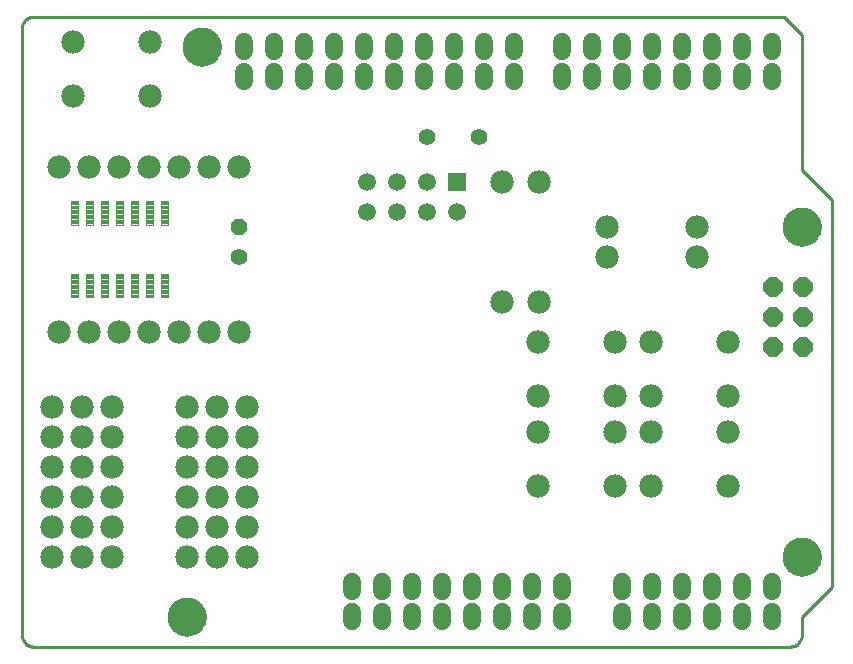
<source format=gts>
G75*
G70*
%OFA0B0*%
%FSLAX24Y24*%
%IPPOS*%
%LPD*%
%AMOC8*
5,1,8,0,0,1.08239X$1,22.5*
%
%ADD10C,0.0100*%
%ADD11C,0.0000*%
%ADD12C,0.1300*%
%ADD13OC8,0.0650*%
%ADD14C,0.0600*%
%ADD15R,0.0594X0.0594*%
%ADD16C,0.0594*%
%ADD17C,0.0780*%
%ADD18OC8,0.0560*%
%ADD19C,0.0560*%
%ADD20C,0.0043*%
%ADD21C,0.0555*%
D10*
X000584Y000580D02*
X025796Y000580D01*
X025835Y000582D01*
X025873Y000588D01*
X025910Y000597D01*
X025947Y000610D01*
X025982Y000627D01*
X026015Y000646D01*
X026046Y000669D01*
X026075Y000695D01*
X026101Y000724D01*
X026124Y000755D01*
X026143Y000788D01*
X026160Y000823D01*
X026173Y000860D01*
X026182Y000897D01*
X026188Y000935D01*
X026190Y000974D01*
X026190Y001580D01*
X027190Y002580D01*
X027190Y015480D01*
X026190Y016480D01*
X026190Y020980D01*
X025590Y021580D01*
X000584Y021580D01*
X000545Y021578D01*
X000507Y021572D01*
X000470Y021563D01*
X000433Y021550D01*
X000398Y021533D01*
X000365Y021514D01*
X000334Y021491D01*
X000305Y021465D01*
X000279Y021436D01*
X000256Y021405D01*
X000237Y021372D01*
X000220Y021337D01*
X000207Y021300D01*
X000198Y021263D01*
X000192Y021225D01*
X000190Y021186D01*
X000190Y000974D01*
X000192Y000935D01*
X000198Y000897D01*
X000207Y000860D01*
X000220Y000823D01*
X000237Y000788D01*
X000256Y000755D01*
X000279Y000724D01*
X000305Y000695D01*
X000334Y000669D01*
X000365Y000646D01*
X000398Y000627D01*
X000433Y000610D01*
X000470Y000597D01*
X000507Y000588D01*
X000545Y000582D01*
X000584Y000580D01*
D11*
X005060Y001580D02*
X005062Y001630D01*
X005068Y001680D01*
X005078Y001729D01*
X005092Y001777D01*
X005109Y001824D01*
X005130Y001869D01*
X005155Y001913D01*
X005183Y001954D01*
X005215Y001993D01*
X005249Y002030D01*
X005286Y002064D01*
X005326Y002094D01*
X005368Y002121D01*
X005412Y002145D01*
X005458Y002166D01*
X005505Y002182D01*
X005553Y002195D01*
X005603Y002204D01*
X005652Y002209D01*
X005703Y002210D01*
X005753Y002207D01*
X005802Y002200D01*
X005851Y002189D01*
X005899Y002174D01*
X005945Y002156D01*
X005990Y002134D01*
X006033Y002108D01*
X006074Y002079D01*
X006113Y002047D01*
X006149Y002012D01*
X006181Y001974D01*
X006211Y001934D01*
X006238Y001891D01*
X006261Y001847D01*
X006280Y001801D01*
X006296Y001753D01*
X006308Y001704D01*
X006316Y001655D01*
X006320Y001605D01*
X006320Y001555D01*
X006316Y001505D01*
X006308Y001456D01*
X006296Y001407D01*
X006280Y001359D01*
X006261Y001313D01*
X006238Y001269D01*
X006211Y001226D01*
X006181Y001186D01*
X006149Y001148D01*
X006113Y001113D01*
X006074Y001081D01*
X006033Y001052D01*
X005990Y001026D01*
X005945Y001004D01*
X005899Y000986D01*
X005851Y000971D01*
X005802Y000960D01*
X005753Y000953D01*
X005703Y000950D01*
X005652Y000951D01*
X005603Y000956D01*
X005553Y000965D01*
X005505Y000978D01*
X005458Y000994D01*
X005412Y001015D01*
X005368Y001039D01*
X005326Y001066D01*
X005286Y001096D01*
X005249Y001130D01*
X005215Y001167D01*
X005183Y001206D01*
X005155Y001247D01*
X005130Y001291D01*
X005109Y001336D01*
X005092Y001383D01*
X005078Y001431D01*
X005068Y001480D01*
X005062Y001530D01*
X005060Y001580D01*
X025560Y003580D02*
X025562Y003630D01*
X025568Y003680D01*
X025578Y003729D01*
X025592Y003777D01*
X025609Y003824D01*
X025630Y003869D01*
X025655Y003913D01*
X025683Y003954D01*
X025715Y003993D01*
X025749Y004030D01*
X025786Y004064D01*
X025826Y004094D01*
X025868Y004121D01*
X025912Y004145D01*
X025958Y004166D01*
X026005Y004182D01*
X026053Y004195D01*
X026103Y004204D01*
X026152Y004209D01*
X026203Y004210D01*
X026253Y004207D01*
X026302Y004200D01*
X026351Y004189D01*
X026399Y004174D01*
X026445Y004156D01*
X026490Y004134D01*
X026533Y004108D01*
X026574Y004079D01*
X026613Y004047D01*
X026649Y004012D01*
X026681Y003974D01*
X026711Y003934D01*
X026738Y003891D01*
X026761Y003847D01*
X026780Y003801D01*
X026796Y003753D01*
X026808Y003704D01*
X026816Y003655D01*
X026820Y003605D01*
X026820Y003555D01*
X026816Y003505D01*
X026808Y003456D01*
X026796Y003407D01*
X026780Y003359D01*
X026761Y003313D01*
X026738Y003269D01*
X026711Y003226D01*
X026681Y003186D01*
X026649Y003148D01*
X026613Y003113D01*
X026574Y003081D01*
X026533Y003052D01*
X026490Y003026D01*
X026445Y003004D01*
X026399Y002986D01*
X026351Y002971D01*
X026302Y002960D01*
X026253Y002953D01*
X026203Y002950D01*
X026152Y002951D01*
X026103Y002956D01*
X026053Y002965D01*
X026005Y002978D01*
X025958Y002994D01*
X025912Y003015D01*
X025868Y003039D01*
X025826Y003066D01*
X025786Y003096D01*
X025749Y003130D01*
X025715Y003167D01*
X025683Y003206D01*
X025655Y003247D01*
X025630Y003291D01*
X025609Y003336D01*
X025592Y003383D01*
X025578Y003431D01*
X025568Y003480D01*
X025562Y003530D01*
X025560Y003580D01*
X025560Y014580D02*
X025562Y014630D01*
X025568Y014680D01*
X025578Y014729D01*
X025592Y014777D01*
X025609Y014824D01*
X025630Y014869D01*
X025655Y014913D01*
X025683Y014954D01*
X025715Y014993D01*
X025749Y015030D01*
X025786Y015064D01*
X025826Y015094D01*
X025868Y015121D01*
X025912Y015145D01*
X025958Y015166D01*
X026005Y015182D01*
X026053Y015195D01*
X026103Y015204D01*
X026152Y015209D01*
X026203Y015210D01*
X026253Y015207D01*
X026302Y015200D01*
X026351Y015189D01*
X026399Y015174D01*
X026445Y015156D01*
X026490Y015134D01*
X026533Y015108D01*
X026574Y015079D01*
X026613Y015047D01*
X026649Y015012D01*
X026681Y014974D01*
X026711Y014934D01*
X026738Y014891D01*
X026761Y014847D01*
X026780Y014801D01*
X026796Y014753D01*
X026808Y014704D01*
X026816Y014655D01*
X026820Y014605D01*
X026820Y014555D01*
X026816Y014505D01*
X026808Y014456D01*
X026796Y014407D01*
X026780Y014359D01*
X026761Y014313D01*
X026738Y014269D01*
X026711Y014226D01*
X026681Y014186D01*
X026649Y014148D01*
X026613Y014113D01*
X026574Y014081D01*
X026533Y014052D01*
X026490Y014026D01*
X026445Y014004D01*
X026399Y013986D01*
X026351Y013971D01*
X026302Y013960D01*
X026253Y013953D01*
X026203Y013950D01*
X026152Y013951D01*
X026103Y013956D01*
X026053Y013965D01*
X026005Y013978D01*
X025958Y013994D01*
X025912Y014015D01*
X025868Y014039D01*
X025826Y014066D01*
X025786Y014096D01*
X025749Y014130D01*
X025715Y014167D01*
X025683Y014206D01*
X025655Y014247D01*
X025630Y014291D01*
X025609Y014336D01*
X025592Y014383D01*
X025578Y014431D01*
X025568Y014480D01*
X025562Y014530D01*
X025560Y014580D01*
X005560Y020580D02*
X005562Y020630D01*
X005568Y020680D01*
X005578Y020729D01*
X005592Y020777D01*
X005609Y020824D01*
X005630Y020869D01*
X005655Y020913D01*
X005683Y020954D01*
X005715Y020993D01*
X005749Y021030D01*
X005786Y021064D01*
X005826Y021094D01*
X005868Y021121D01*
X005912Y021145D01*
X005958Y021166D01*
X006005Y021182D01*
X006053Y021195D01*
X006103Y021204D01*
X006152Y021209D01*
X006203Y021210D01*
X006253Y021207D01*
X006302Y021200D01*
X006351Y021189D01*
X006399Y021174D01*
X006445Y021156D01*
X006490Y021134D01*
X006533Y021108D01*
X006574Y021079D01*
X006613Y021047D01*
X006649Y021012D01*
X006681Y020974D01*
X006711Y020934D01*
X006738Y020891D01*
X006761Y020847D01*
X006780Y020801D01*
X006796Y020753D01*
X006808Y020704D01*
X006816Y020655D01*
X006820Y020605D01*
X006820Y020555D01*
X006816Y020505D01*
X006808Y020456D01*
X006796Y020407D01*
X006780Y020359D01*
X006761Y020313D01*
X006738Y020269D01*
X006711Y020226D01*
X006681Y020186D01*
X006649Y020148D01*
X006613Y020113D01*
X006574Y020081D01*
X006533Y020052D01*
X006490Y020026D01*
X006445Y020004D01*
X006399Y019986D01*
X006351Y019971D01*
X006302Y019960D01*
X006253Y019953D01*
X006203Y019950D01*
X006152Y019951D01*
X006103Y019956D01*
X006053Y019965D01*
X006005Y019978D01*
X005958Y019994D01*
X005912Y020015D01*
X005868Y020039D01*
X005826Y020066D01*
X005786Y020096D01*
X005749Y020130D01*
X005715Y020167D01*
X005683Y020206D01*
X005655Y020247D01*
X005630Y020291D01*
X005609Y020336D01*
X005592Y020383D01*
X005578Y020431D01*
X005568Y020480D01*
X005562Y020530D01*
X005560Y020580D01*
D12*
X006190Y020580D03*
X026190Y014580D03*
X026190Y003580D03*
X005690Y001580D03*
D13*
X025240Y010580D03*
X026240Y010580D03*
X026240Y011580D03*
X025240Y011580D03*
X025240Y012580D03*
X026240Y012580D03*
D14*
X025190Y019440D02*
X025190Y019720D01*
X024190Y019720D02*
X024190Y019440D01*
X023190Y019440D02*
X023190Y019720D01*
X022190Y019720D02*
X022190Y019440D01*
X021190Y019440D02*
X021190Y019720D01*
X020190Y019720D02*
X020190Y019440D01*
X019190Y019440D02*
X019190Y019720D01*
X018190Y019720D02*
X018190Y019440D01*
X016590Y019440D02*
X016590Y019720D01*
X015590Y019720D02*
X015590Y019440D01*
X014590Y019440D02*
X014590Y019720D01*
X013590Y019720D02*
X013590Y019440D01*
X012590Y019440D02*
X012590Y019720D01*
X011590Y019720D02*
X011590Y019440D01*
X010590Y019440D02*
X010590Y019720D01*
X009590Y019720D02*
X009590Y019440D01*
X008590Y019440D02*
X008590Y019720D01*
X007590Y019720D02*
X007590Y019440D01*
X007590Y020440D02*
X007590Y020720D01*
X008590Y020720D02*
X008590Y020440D01*
X009590Y020440D02*
X009590Y020720D01*
X010590Y020720D02*
X010590Y020440D01*
X011590Y020440D02*
X011590Y020720D01*
X012590Y020720D02*
X012590Y020440D01*
X013590Y020440D02*
X013590Y020720D01*
X014590Y020720D02*
X014590Y020440D01*
X015590Y020440D02*
X015590Y020720D01*
X016590Y020720D02*
X016590Y020440D01*
X018190Y020440D02*
X018190Y020720D01*
X019190Y020720D02*
X019190Y020440D01*
X020190Y020440D02*
X020190Y020720D01*
X021190Y020720D02*
X021190Y020440D01*
X022190Y020440D02*
X022190Y020720D01*
X023190Y020720D02*
X023190Y020440D01*
X024190Y020440D02*
X024190Y020720D01*
X025190Y020720D02*
X025190Y020440D01*
X025190Y002720D02*
X025190Y002440D01*
X024190Y002440D02*
X024190Y002720D01*
X023190Y002720D02*
X023190Y002440D01*
X022190Y002440D02*
X022190Y002720D01*
X021190Y002720D02*
X021190Y002440D01*
X020190Y002440D02*
X020190Y002720D01*
X020190Y001720D02*
X020190Y001440D01*
X021190Y001440D02*
X021190Y001720D01*
X022190Y001720D02*
X022190Y001440D01*
X023190Y001440D02*
X023190Y001720D01*
X024190Y001720D02*
X024190Y001440D01*
X025190Y001440D02*
X025190Y001720D01*
X018190Y001720D02*
X018190Y001440D01*
X017190Y001440D02*
X017190Y001720D01*
X016190Y001720D02*
X016190Y001440D01*
X015190Y001440D02*
X015190Y001720D01*
X014190Y001720D02*
X014190Y001440D01*
X013190Y001440D02*
X013190Y001720D01*
X012190Y001720D02*
X012190Y001440D01*
X011190Y001440D02*
X011190Y001720D01*
X011190Y002440D02*
X011190Y002720D01*
X012190Y002720D02*
X012190Y002440D01*
X013190Y002440D02*
X013190Y002720D01*
X014190Y002720D02*
X014190Y002440D01*
X015190Y002440D02*
X015190Y002720D01*
X016190Y002720D02*
X016190Y002440D01*
X017190Y002440D02*
X017190Y002720D01*
X018190Y002720D02*
X018190Y002440D01*
D15*
X014680Y016080D03*
D16*
X013680Y016080D03*
X012680Y016080D03*
X011680Y016080D03*
X011680Y015080D03*
X012680Y015080D03*
X013680Y015080D03*
X014680Y015080D03*
D17*
X016190Y016080D03*
X017440Y016080D03*
X019690Y014580D03*
X019690Y013580D03*
X017440Y012080D03*
X016190Y012080D03*
X017410Y010720D03*
X019970Y010720D03*
X021160Y010720D03*
X023720Y010720D03*
X023720Y008940D03*
X023720Y007720D03*
X021160Y007720D03*
X019970Y007720D03*
X019970Y008940D03*
X021160Y008940D03*
X017410Y008940D03*
X017410Y007720D03*
X017410Y005940D03*
X019970Y005940D03*
X021160Y005940D03*
X023720Y005940D03*
X022690Y013580D03*
X022690Y014580D03*
X007440Y016580D03*
X006440Y016580D03*
X005440Y016580D03*
X004440Y016580D03*
X003440Y016580D03*
X002440Y016580D03*
X001440Y016580D03*
X001910Y018940D03*
X004470Y018940D03*
X004470Y020720D03*
X001910Y020720D03*
X001440Y011080D03*
X002440Y011080D03*
X003440Y011080D03*
X004440Y011080D03*
X005440Y011080D03*
X006440Y011080D03*
X007440Y011080D03*
X007690Y008580D03*
X006690Y008580D03*
X005690Y008580D03*
X005690Y007580D03*
X006690Y007580D03*
X007690Y007580D03*
X007690Y006580D03*
X006690Y006580D03*
X005690Y006580D03*
X005690Y005580D03*
X006690Y005580D03*
X007690Y005580D03*
X007690Y004580D03*
X006690Y004580D03*
X005690Y004580D03*
X005690Y003580D03*
X006690Y003580D03*
X007690Y003580D03*
X003190Y003580D03*
X002190Y003580D03*
X001190Y003580D03*
X001190Y004580D03*
X002190Y004580D03*
X003190Y004580D03*
X003190Y005580D03*
X002190Y005580D03*
X001190Y005580D03*
X001190Y006580D03*
X002190Y006580D03*
X003190Y006580D03*
X003190Y007580D03*
X002190Y007580D03*
X001190Y007580D03*
X001190Y008580D03*
X002190Y008580D03*
X003190Y008580D03*
D18*
X007440Y014580D03*
D19*
X007440Y013580D03*
D20*
X005062Y012228D02*
X004818Y012228D01*
X004818Y013012D01*
X005062Y013012D01*
X005062Y012228D01*
X005062Y012270D02*
X004818Y012270D01*
X004818Y012312D02*
X005062Y012312D01*
X005062Y012354D02*
X004818Y012354D01*
X004818Y012396D02*
X005062Y012396D01*
X005062Y012438D02*
X004818Y012438D01*
X004818Y012480D02*
X005062Y012480D01*
X005062Y012522D02*
X004818Y012522D01*
X004818Y012564D02*
X005062Y012564D01*
X005062Y012606D02*
X004818Y012606D01*
X004818Y012648D02*
X005062Y012648D01*
X005062Y012690D02*
X004818Y012690D01*
X004818Y012732D02*
X005062Y012732D01*
X005062Y012774D02*
X004818Y012774D01*
X004818Y012816D02*
X005062Y012816D01*
X005062Y012858D02*
X004818Y012858D01*
X004818Y012900D02*
X005062Y012900D01*
X005062Y012942D02*
X004818Y012942D01*
X004818Y012984D02*
X005062Y012984D01*
X004562Y012228D02*
X004318Y012228D01*
X004318Y013012D01*
X004562Y013012D01*
X004562Y012228D01*
X004562Y012270D02*
X004318Y012270D01*
X004318Y012312D02*
X004562Y012312D01*
X004562Y012354D02*
X004318Y012354D01*
X004318Y012396D02*
X004562Y012396D01*
X004562Y012438D02*
X004318Y012438D01*
X004318Y012480D02*
X004562Y012480D01*
X004562Y012522D02*
X004318Y012522D01*
X004318Y012564D02*
X004562Y012564D01*
X004562Y012606D02*
X004318Y012606D01*
X004318Y012648D02*
X004562Y012648D01*
X004562Y012690D02*
X004318Y012690D01*
X004318Y012732D02*
X004562Y012732D01*
X004562Y012774D02*
X004318Y012774D01*
X004318Y012816D02*
X004562Y012816D01*
X004562Y012858D02*
X004318Y012858D01*
X004318Y012900D02*
X004562Y012900D01*
X004562Y012942D02*
X004318Y012942D01*
X004318Y012984D02*
X004562Y012984D01*
X004062Y012228D02*
X003818Y012228D01*
X003818Y013012D01*
X004062Y013012D01*
X004062Y012228D01*
X004062Y012270D02*
X003818Y012270D01*
X003818Y012312D02*
X004062Y012312D01*
X004062Y012354D02*
X003818Y012354D01*
X003818Y012396D02*
X004062Y012396D01*
X004062Y012438D02*
X003818Y012438D01*
X003818Y012480D02*
X004062Y012480D01*
X004062Y012522D02*
X003818Y012522D01*
X003818Y012564D02*
X004062Y012564D01*
X004062Y012606D02*
X003818Y012606D01*
X003818Y012648D02*
X004062Y012648D01*
X004062Y012690D02*
X003818Y012690D01*
X003818Y012732D02*
X004062Y012732D01*
X004062Y012774D02*
X003818Y012774D01*
X003818Y012816D02*
X004062Y012816D01*
X004062Y012858D02*
X003818Y012858D01*
X003818Y012900D02*
X004062Y012900D01*
X004062Y012942D02*
X003818Y012942D01*
X003818Y012984D02*
X004062Y012984D01*
X003562Y012228D02*
X003318Y012228D01*
X003318Y013012D01*
X003562Y013012D01*
X003562Y012228D01*
X003562Y012270D02*
X003318Y012270D01*
X003318Y012312D02*
X003562Y012312D01*
X003562Y012354D02*
X003318Y012354D01*
X003318Y012396D02*
X003562Y012396D01*
X003562Y012438D02*
X003318Y012438D01*
X003318Y012480D02*
X003562Y012480D01*
X003562Y012522D02*
X003318Y012522D01*
X003318Y012564D02*
X003562Y012564D01*
X003562Y012606D02*
X003318Y012606D01*
X003318Y012648D02*
X003562Y012648D01*
X003562Y012690D02*
X003318Y012690D01*
X003318Y012732D02*
X003562Y012732D01*
X003562Y012774D02*
X003318Y012774D01*
X003318Y012816D02*
X003562Y012816D01*
X003562Y012858D02*
X003318Y012858D01*
X003318Y012900D02*
X003562Y012900D01*
X003562Y012942D02*
X003318Y012942D01*
X003318Y012984D02*
X003562Y012984D01*
X003062Y012228D02*
X002818Y012228D01*
X002818Y013012D01*
X003062Y013012D01*
X003062Y012228D01*
X003062Y012270D02*
X002818Y012270D01*
X002818Y012312D02*
X003062Y012312D01*
X003062Y012354D02*
X002818Y012354D01*
X002818Y012396D02*
X003062Y012396D01*
X003062Y012438D02*
X002818Y012438D01*
X002818Y012480D02*
X003062Y012480D01*
X003062Y012522D02*
X002818Y012522D01*
X002818Y012564D02*
X003062Y012564D01*
X003062Y012606D02*
X002818Y012606D01*
X002818Y012648D02*
X003062Y012648D01*
X003062Y012690D02*
X002818Y012690D01*
X002818Y012732D02*
X003062Y012732D01*
X003062Y012774D02*
X002818Y012774D01*
X002818Y012816D02*
X003062Y012816D01*
X003062Y012858D02*
X002818Y012858D01*
X002818Y012900D02*
X003062Y012900D01*
X003062Y012942D02*
X002818Y012942D01*
X002818Y012984D02*
X003062Y012984D01*
X002562Y012228D02*
X002318Y012228D01*
X002318Y013012D01*
X002562Y013012D01*
X002562Y012228D01*
X002562Y012270D02*
X002318Y012270D01*
X002318Y012312D02*
X002562Y012312D01*
X002562Y012354D02*
X002318Y012354D01*
X002318Y012396D02*
X002562Y012396D01*
X002562Y012438D02*
X002318Y012438D01*
X002318Y012480D02*
X002562Y012480D01*
X002562Y012522D02*
X002318Y012522D01*
X002318Y012564D02*
X002562Y012564D01*
X002562Y012606D02*
X002318Y012606D01*
X002318Y012648D02*
X002562Y012648D01*
X002562Y012690D02*
X002318Y012690D01*
X002318Y012732D02*
X002562Y012732D01*
X002562Y012774D02*
X002318Y012774D01*
X002318Y012816D02*
X002562Y012816D01*
X002562Y012858D02*
X002318Y012858D01*
X002318Y012900D02*
X002562Y012900D01*
X002562Y012942D02*
X002318Y012942D01*
X002318Y012984D02*
X002562Y012984D01*
X002062Y012228D02*
X001818Y012228D01*
X001818Y013012D01*
X002062Y013012D01*
X002062Y012228D01*
X002062Y012270D02*
X001818Y012270D01*
X001818Y012312D02*
X002062Y012312D01*
X002062Y012354D02*
X001818Y012354D01*
X001818Y012396D02*
X002062Y012396D01*
X002062Y012438D02*
X001818Y012438D01*
X001818Y012480D02*
X002062Y012480D01*
X002062Y012522D02*
X001818Y012522D01*
X001818Y012564D02*
X002062Y012564D01*
X002062Y012606D02*
X001818Y012606D01*
X001818Y012648D02*
X002062Y012648D01*
X002062Y012690D02*
X001818Y012690D01*
X001818Y012732D02*
X002062Y012732D01*
X002062Y012774D02*
X001818Y012774D01*
X001818Y012816D02*
X002062Y012816D01*
X002062Y012858D02*
X001818Y012858D01*
X001818Y012900D02*
X002062Y012900D01*
X002062Y012942D02*
X001818Y012942D01*
X001818Y012984D02*
X002062Y012984D01*
X002062Y014648D02*
X001818Y014648D01*
X001818Y015432D01*
X002062Y015432D01*
X002062Y014648D01*
X002062Y014690D02*
X001818Y014690D01*
X001818Y014732D02*
X002062Y014732D01*
X002062Y014774D02*
X001818Y014774D01*
X001818Y014816D02*
X002062Y014816D01*
X002062Y014858D02*
X001818Y014858D01*
X001818Y014900D02*
X002062Y014900D01*
X002062Y014942D02*
X001818Y014942D01*
X001818Y014984D02*
X002062Y014984D01*
X002062Y015026D02*
X001818Y015026D01*
X001818Y015068D02*
X002062Y015068D01*
X002062Y015110D02*
X001818Y015110D01*
X001818Y015152D02*
X002062Y015152D01*
X002062Y015194D02*
X001818Y015194D01*
X001818Y015236D02*
X002062Y015236D01*
X002062Y015278D02*
X001818Y015278D01*
X001818Y015320D02*
X002062Y015320D01*
X002062Y015362D02*
X001818Y015362D01*
X001818Y015404D02*
X002062Y015404D01*
X002318Y014648D02*
X002562Y014648D01*
X002318Y014648D02*
X002318Y015432D01*
X002562Y015432D01*
X002562Y014648D01*
X002562Y014690D02*
X002318Y014690D01*
X002318Y014732D02*
X002562Y014732D01*
X002562Y014774D02*
X002318Y014774D01*
X002318Y014816D02*
X002562Y014816D01*
X002562Y014858D02*
X002318Y014858D01*
X002318Y014900D02*
X002562Y014900D01*
X002562Y014942D02*
X002318Y014942D01*
X002318Y014984D02*
X002562Y014984D01*
X002562Y015026D02*
X002318Y015026D01*
X002318Y015068D02*
X002562Y015068D01*
X002562Y015110D02*
X002318Y015110D01*
X002318Y015152D02*
X002562Y015152D01*
X002562Y015194D02*
X002318Y015194D01*
X002318Y015236D02*
X002562Y015236D01*
X002562Y015278D02*
X002318Y015278D01*
X002318Y015320D02*
X002562Y015320D01*
X002562Y015362D02*
X002318Y015362D01*
X002318Y015404D02*
X002562Y015404D01*
X002818Y014648D02*
X003062Y014648D01*
X002818Y014648D02*
X002818Y015432D01*
X003062Y015432D01*
X003062Y014648D01*
X003062Y014690D02*
X002818Y014690D01*
X002818Y014732D02*
X003062Y014732D01*
X003062Y014774D02*
X002818Y014774D01*
X002818Y014816D02*
X003062Y014816D01*
X003062Y014858D02*
X002818Y014858D01*
X002818Y014900D02*
X003062Y014900D01*
X003062Y014942D02*
X002818Y014942D01*
X002818Y014984D02*
X003062Y014984D01*
X003062Y015026D02*
X002818Y015026D01*
X002818Y015068D02*
X003062Y015068D01*
X003062Y015110D02*
X002818Y015110D01*
X002818Y015152D02*
X003062Y015152D01*
X003062Y015194D02*
X002818Y015194D01*
X002818Y015236D02*
X003062Y015236D01*
X003062Y015278D02*
X002818Y015278D01*
X002818Y015320D02*
X003062Y015320D01*
X003062Y015362D02*
X002818Y015362D01*
X002818Y015404D02*
X003062Y015404D01*
X003318Y014648D02*
X003562Y014648D01*
X003318Y014648D02*
X003318Y015432D01*
X003562Y015432D01*
X003562Y014648D01*
X003562Y014690D02*
X003318Y014690D01*
X003318Y014732D02*
X003562Y014732D01*
X003562Y014774D02*
X003318Y014774D01*
X003318Y014816D02*
X003562Y014816D01*
X003562Y014858D02*
X003318Y014858D01*
X003318Y014900D02*
X003562Y014900D01*
X003562Y014942D02*
X003318Y014942D01*
X003318Y014984D02*
X003562Y014984D01*
X003562Y015026D02*
X003318Y015026D01*
X003318Y015068D02*
X003562Y015068D01*
X003562Y015110D02*
X003318Y015110D01*
X003318Y015152D02*
X003562Y015152D01*
X003562Y015194D02*
X003318Y015194D01*
X003318Y015236D02*
X003562Y015236D01*
X003562Y015278D02*
X003318Y015278D01*
X003318Y015320D02*
X003562Y015320D01*
X003562Y015362D02*
X003318Y015362D01*
X003318Y015404D02*
X003562Y015404D01*
X003818Y014648D02*
X004062Y014648D01*
X003818Y014648D02*
X003818Y015432D01*
X004062Y015432D01*
X004062Y014648D01*
X004062Y014690D02*
X003818Y014690D01*
X003818Y014732D02*
X004062Y014732D01*
X004062Y014774D02*
X003818Y014774D01*
X003818Y014816D02*
X004062Y014816D01*
X004062Y014858D02*
X003818Y014858D01*
X003818Y014900D02*
X004062Y014900D01*
X004062Y014942D02*
X003818Y014942D01*
X003818Y014984D02*
X004062Y014984D01*
X004062Y015026D02*
X003818Y015026D01*
X003818Y015068D02*
X004062Y015068D01*
X004062Y015110D02*
X003818Y015110D01*
X003818Y015152D02*
X004062Y015152D01*
X004062Y015194D02*
X003818Y015194D01*
X003818Y015236D02*
X004062Y015236D01*
X004062Y015278D02*
X003818Y015278D01*
X003818Y015320D02*
X004062Y015320D01*
X004062Y015362D02*
X003818Y015362D01*
X003818Y015404D02*
X004062Y015404D01*
X004318Y014648D02*
X004562Y014648D01*
X004318Y014648D02*
X004318Y015432D01*
X004562Y015432D01*
X004562Y014648D01*
X004562Y014690D02*
X004318Y014690D01*
X004318Y014732D02*
X004562Y014732D01*
X004562Y014774D02*
X004318Y014774D01*
X004318Y014816D02*
X004562Y014816D01*
X004562Y014858D02*
X004318Y014858D01*
X004318Y014900D02*
X004562Y014900D01*
X004562Y014942D02*
X004318Y014942D01*
X004318Y014984D02*
X004562Y014984D01*
X004562Y015026D02*
X004318Y015026D01*
X004318Y015068D02*
X004562Y015068D01*
X004562Y015110D02*
X004318Y015110D01*
X004318Y015152D02*
X004562Y015152D01*
X004562Y015194D02*
X004318Y015194D01*
X004318Y015236D02*
X004562Y015236D01*
X004562Y015278D02*
X004318Y015278D01*
X004318Y015320D02*
X004562Y015320D01*
X004562Y015362D02*
X004318Y015362D01*
X004318Y015404D02*
X004562Y015404D01*
X004818Y014648D02*
X005062Y014648D01*
X004818Y014648D02*
X004818Y015432D01*
X005062Y015432D01*
X005062Y014648D01*
X005062Y014690D02*
X004818Y014690D01*
X004818Y014732D02*
X005062Y014732D01*
X005062Y014774D02*
X004818Y014774D01*
X004818Y014816D02*
X005062Y014816D01*
X005062Y014858D02*
X004818Y014858D01*
X004818Y014900D02*
X005062Y014900D01*
X005062Y014942D02*
X004818Y014942D01*
X004818Y014984D02*
X005062Y014984D01*
X005062Y015026D02*
X004818Y015026D01*
X004818Y015068D02*
X005062Y015068D01*
X005062Y015110D02*
X004818Y015110D01*
X004818Y015152D02*
X005062Y015152D01*
X005062Y015194D02*
X004818Y015194D01*
X004818Y015236D02*
X005062Y015236D01*
X005062Y015278D02*
X004818Y015278D01*
X004818Y015320D02*
X005062Y015320D01*
X005062Y015362D02*
X004818Y015362D01*
X004818Y015404D02*
X005062Y015404D01*
D21*
X013690Y017580D03*
X015440Y017580D03*
M02*

</source>
